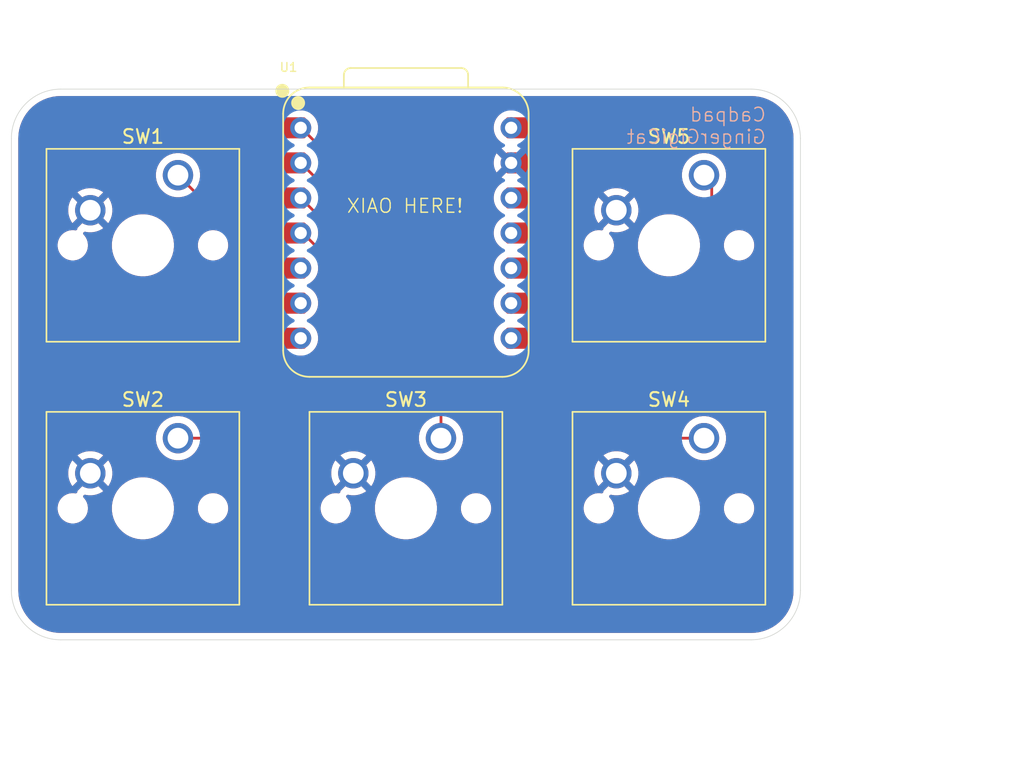
<source format=kicad_pcb>
(kicad_pcb (version 20241229) (generator "pcbnew") (generator_version "9.0")
  (layers (0 "F.Cu" signal) (2 "B.Cu" signal) (13 "F.Paste" user) (15 "B.Paste" user) (5 "F.SilkS" user "F.Silkscreen") (7 "B.SilkS" user "B.Silkscreen") (1 "F.Mask" user) (3 "B.Mask" user) (25 "Edge.Cuts" user))
  (net 0 "")
  (net 1 "GND")
  (net 10 "Net-(U1-GPIO6{slash}SDA)")
  (net 11 "Net-(U1-GPIO29{slash}ADC3{slash}A3)")
  (net 12 "Net-(U1-GPIO28{slash}ADC2{slash}A2)")
  (net 13 "Net-(U1-GPIO27{slash}ADC1{slash}A1)")
  (net 14 "Net-(U1-GPIO26{slash}ADC0{slash}A0)")
  (footprint "Button_Switch_Keyboard:SW_Cherry_MX_1.00u_PCB" (layer "F.Cu") (at 116.84 49.68875)
    (property "Reference" "SW1" (at -2.54 -2.794 0) (layer "F.SilkS"))
    (property "Value" "SW_Push")
    (fp_line (start -9.525 -1.905) (end 4.445 -1.905) (stroke (width 0.12)) (layer "F.SilkS"))
    (fp_line (start -9.525 12.065) (end -9.525 -1.905) (stroke (width 0.12)) (layer "F.SilkS"))
    (fp_line (start 4.445 -1.905) (end 4.445 12.065) (stroke (width 0.12)) (layer "F.SilkS"))
    (fp_line (start 4.445 12.065) (end -9.525 12.065) (stroke (width 0.12)) (layer "F.SilkS"))
    (pad "" np_thru_hole circle (at -7.62 5.08) (size 1.7 1.7) (drill 1.7) (layers "*.Cu" "*.Mask"))
    (pad "" np_thru_hole circle (at -2.54 5.08) (size 4 4) (drill 4) (layers "*.Cu" "*.Mask"))
    (pad "" np_thru_hole circle (at 2.54 5.08) (size 1.7 1.7) (drill 1.7) (layers "*.Cu" "*.Mask"))
    (pad "1" thru_hole circle (at 0 0) (size 2.2 2.2) (drill 1.5) (layers "*.Cu" "*.Mask") (net 10 "Net-(U1-GPIO6{slash}SDA)"))
    (pad "2" thru_hole circle (at -6.35 2.54) (size 2.2 2.2) (drill 1.5) (layers "*.Cu" "*.Mask") (net 1 "GND"))
  )
  (footprint "Button_Switch_Keyboard:SW_Cherry_MX_1.00u_PCB" (layer "F.Cu") (at 154.94 49.68875)
    (property "Reference" "SW5" (at -2.54 -2.794 0) (layer "F.SilkS"))
    (property "Value" "SW_Push")
    (fp_line (start -9.525 -1.905) (end 4.445 -1.905) (stroke (width 0.12)) (layer "F.SilkS"))
    (fp_line (start -9.525 12.065) (end -9.525 -1.905) (stroke (width 0.12)) (layer "F.SilkS"))
    (fp_line (start 4.445 -1.905) (end 4.445 12.065) (stroke (width 0.12)) (layer "F.SilkS"))
    (fp_line (start 4.445 12.065) (end -9.525 12.065) (stroke (width 0.12)) (layer "F.SilkS"))
    (pad "" np_thru_hole circle (at -7.62 5.08) (size 1.7 1.7) (drill 1.7) (layers "*.Cu" "*.Mask"))
    (pad "" np_thru_hole circle (at -2.54 5.08) (size 4 4) (drill 4) (layers "*.Cu" "*.Mask"))
    (pad "" np_thru_hole circle (at 2.54 5.08) (size 1.7 1.7) (drill 1.7) (layers "*.Cu" "*.Mask"))
    (pad "1" thru_hole circle (at 0 0) (size 2.2 2.2) (drill 1.5) (layers "*.Cu" "*.Mask") (net 14 "Net-(U1-GPIO26{slash}ADC0{slash}A0)"))
    (pad "2" thru_hole circle (at -6.35 2.54) (size 2.2 2.2) (drill 1.5) (layers "*.Cu" "*.Mask") (net 1 "GND"))
  )
  (footprint "Button_Switch_Keyboard:SW_Cherry_MX_1.00u_PCB" (layer "F.Cu") (at 116.84 68.73875)
    (property "Reference" "SW2" (at -2.54 -2.794 0) (layer "F.SilkS"))
    (property "Value" "SW_Push")
    (fp_line (start -9.525 -1.905) (end 4.445 -1.905) (stroke (width 0.12)) (layer "F.SilkS"))
    (fp_line (start -9.525 12.065) (end -9.525 -1.905) (stroke (width 0.12)) (layer "F.SilkS"))
    (fp_line (start 4.445 -1.905) (end 4.445 12.065) (stroke (width 0.12)) (layer "F.SilkS"))
    (fp_line (start 4.445 12.065) (end -9.525 12.065) (stroke (width 0.12)) (layer "F.SilkS"))
    (pad "" np_thru_hole circle (at -7.62 5.08) (size 1.7 1.7) (drill 1.7) (layers "*.Cu" "*.Mask"))
    (pad "" np_thru_hole circle (at -2.54 5.08) (size 4 4) (drill 4) (layers "*.Cu" "*.Mask"))
    (pad "" np_thru_hole circle (at 2.54 5.08) (size 1.7 1.7) (drill 1.7) (layers "*.Cu" "*.Mask"))
    (pad "1" thru_hole circle (at 0 0) (size 2.2 2.2) (drill 1.5) (layers "*.Cu" "*.Mask") (net 11 "Net-(U1-GPIO29{slash}ADC3{slash}A3)"))
    (pad "2" thru_hole circle (at -6.35 2.54) (size 2.2 2.2) (drill 1.5) (layers "*.Cu" "*.Mask") (net 1 "GND"))
  )
  (footprint "Seeed Studio XIAO Series Library:XIAO-RP2040-DIP" (layer "F.Cu") (at 133.35 53.88)
    (property "Reference" "U1" (at -8.5 -12 0) (layer "F.SilkS") (effects (font (size 0.635 0.635) (thickness 0.1016))))
    (property "Value" "XIAO-RP2040-DIP")
    (fp_line (start -8.89 8.509) (end -8.89 -8.636) (stroke (width 0.127)) (layer "F.SilkS"))
    (fp_line (start -6.985 10.414) (end 6.985 10.414) (stroke (width 0.127)) (layer "F.SilkS"))
    (fp_line (start -4.495 -10.541) (end -4.491272 -11.451272) (stroke (width 0.127)) (layer "F.SilkS"))
    (fp_line (start -3.991272 -11.951) (end 4.004 -11.951) (stroke (width 0.127)) (layer "F.SilkS"))
    (fp_line (start 4.504 -11.451) (end 4.504 -10.541) (stroke (width 0.127)) (layer "F.SilkS"))
    (fp_line (start 6.985 -10.541) (end -6.985 -10.541) (stroke (width 0.1)) (layer "F.SilkS"))
    (fp_line (start 6.985 -10.541) (end -6.985 -10.541) (stroke (width 0.127)) (layer "F.SilkS"))
    (fp_line (start 8.89 8.509) (end 8.89 -8.636) (stroke (width 0.127)) (layer "F.SilkS"))
    (fp_arc (start -8.89 -8.636) (mid -8.332038 -9.983038) (end -6.985 -10.541) (stroke (width 0.127)) (layer "F.SilkS"))
    (fp_arc (start -6.985 10.414) (mid -8.332038 9.856038) (end -8.89 8.509) (stroke (width 0.127)) (layer "F.SilkS"))
    (fp_arc (start -4.491272 -11.451272) (mid -4.344728 -11.80464) (end -3.991272 -11.951) (stroke (width 0.127)) (layer "F.SilkS"))
    (fp_arc (start 4.004 -11.951) (mid 4.357553 -11.804553) (end 4.504 -11.451) (stroke (width 0.127)) (layer "F.SilkS"))
    (fp_arc (start 6.985 -10.541) (mid 8.332038 -9.983038) (end 8.89 -8.636) (stroke (width 0.127)) (layer "F.SilkS"))
    (fp_arc (start 8.89 8.509) (mid 8.332038 9.856038) (end 6.985 10.414) (stroke (width 0.127)) (layer "F.SilkS"))
    (fp_circle (center -8.95 -10.3) (end -8.95 -10.554) (stroke (width 0.5)) (fill yes) (layer "F.SilkS"))
    (fp_circle (center -7.807 -9.42) (end -7.807 -9.674) (stroke (width 0.5)) (fill yes) (layer "F.SilkS"))
    (pad "1" smd roundrect (at -8.455 -7.62 180) (size 2.432 1.524) (layers "F.Cu" "F.Mask") (roundrect_rratio 0.1) (net 14 "Net-(U1-GPIO26{slash}ADC0{slash}A0)"))
    (pad "1" thru_hole circle (at -7.62 -7.62 180) (size 1.524 1.524) (drill 0.889) (layers "*.Cu" "*.Mask") (net 14 "Net-(U1-GPIO26{slash}ADC0{slash}A0)"))
    (pad "2" smd roundrect (at -8.455 -5.08 180) (size 2.432 1.524) (layers "F.Cu" "F.Mask") (roundrect_rratio 0.1) (net 13 "Net-(U1-GPIO27{slash}ADC1{slash}A1)"))
    (pad "2" thru_hole circle (at -7.62 -5.08 180) (size 1.524 1.524) (drill 0.889) (layers "*.Cu" "*.Mask") (net 13 "Net-(U1-GPIO27{slash}ADC1{slash}A1)"))
    (pad "3" smd roundrect (at -8.455 -2.54 180) (size 2.432 1.524) (layers "F.Cu" "F.Mask") (roundrect_rratio 0.1) (net 12 "Net-(U1-GPIO28{slash}ADC2{slash}A2)"))
    (pad "3" thru_hole circle (at -7.62 -2.54 180) (size 1.524 1.524) (drill 0.889) (layers "*.Cu" "*.Mask") (net 12 "Net-(U1-GPIO28{slash}ADC2{slash}A2)"))
    (pad "4" smd roundrect (at -8.455 0 180) (size 2.432 1.524) (layers "F.Cu" "F.Mask") (roundrect_rratio 0.1) (net 11 "Net-(U1-GPIO29{slash}ADC3{slash}A3)"))
    (pad "4" thru_hole circle (at -7.62 0 180) (size 1.524 1.524) (drill 0.889) (layers "*.Cu" "*.Mask") (net 11 "Net-(U1-GPIO29{slash}ADC3{slash}A3)"))
    (pad "5" smd roundrect (at -8.455 2.54 180) (size 2.432 1.524) (layers "F.Cu" "F.Mask") (roundrect_rratio 0.1) (net 10 "Net-(U1-GPIO6{slash}SDA)"))
    (pad "5" thru_hole circle (at -7.62 2.54 180) (size 1.524 1.524) (drill 0.889) (layers "*.Cu" "*.Mask") (net 10 "Net-(U1-GPIO6{slash}SDA)"))
    (pad "6" smd roundrect (at -8.455 5.08 180) (size 2.432 1.524) (layers "F.Cu" "F.Mask") (roundrect_rratio 0.1))
    (pad "6" thru_hole circle (at -7.62 5.08 180) (size 1.524 1.524) (drill 0.889) (layers "*.Cu" "*.Mask"))
    (pad "7" smd roundrect (at -8.455 7.62 180) (size 2.432 1.524) (layers "F.Cu" "F.Mask") (roundrect_rratio 0.1))
    (pad "7" thru_hole circle (at -7.62 7.62 180) (size 1.524 1.524) (drill 0.889) (layers "*.Cu" "*.Mask"))
    (pad "8" thru_hole circle (at 7.62 7.62) (size 1.524 1.524) (drill 0.889) (layers "*.Cu" "*.Mask"))
    (pad "8" smd roundrect (at 8.455 7.62) (size 2.432 1.524) (layers "F.Cu" "F.Mask") (roundrect_rratio 0.1))
    (pad "9" thru_hole circle (at 7.62 5.08) (size 1.524 1.524) (drill 0.889) (layers "*.Cu" "*.Mask"))
    (pad "9" smd roundrect (at 8.455 5.08) (size 2.432 1.524) (layers "F.Cu" "F.Mask") (roundrect_rratio 0.1))
    (pad "10" thru_hole circle (at 7.62 2.54) (size 1.524 1.524) (drill 0.889) (layers "*.Cu" "*.Mask"))
    (pad "10" smd roundrect (at 8.455 2.54) (size 2.432 1.524) (layers "F.Cu" "F.Mask") (roundrect_rratio 0.1))
    (pad "11" thru_hole circle (at 7.62 0) (size 1.524 1.524) (drill 0.889) (layers "*.Cu" "*.Mask"))
    (pad "11" smd roundrect (at 8.455 0) (size 2.432 1.524) (layers "F.Cu" "F.Mask") (roundrect_rratio 0.1))
    (pad "12" thru_hole circle (at 7.62 -2.54) (size 1.524 1.524) (drill 0.889) (layers "*.Cu" "*.Mask"))
    (pad "12" smd roundrect (at 8.455 -2.54) (size 2.432 1.524) (layers "F.Cu" "F.Mask") (roundrect_rratio 0.1))
    (pad "13" thru_hole circle (at 7.62 -5.08) (size 1.524 1.524) (drill 0.889) (layers "*.Cu" "*.Mask") (net 1 "GND"))
    (pad "13" smd roundrect (at 8.455 -5.08) (size 2.432 1.524) (layers "F.Cu" "F.Mask") (roundrect_rratio 0.1) (net 1 "GND"))
    (pad "14" thru_hole circle (at 7.62 -7.62) (size 1.524 1.524) (drill 0.889) (layers "*.Cu" "*.Mask"))
    (pad "14" smd roundrect (at 8.455 -7.62) (size 2.432 1.524) (layers "F.Cu" "F.Mask") (roundrect_rratio 0.1))
  )
  (footprint "Button_Switch_Keyboard:SW_Cherry_MX_1.00u_PCB" (layer "F.Cu") (at 135.89 68.73875)
    (property "Reference" "SW3" (at -2.54 -2.794 0) (layer "F.SilkS"))
    (property "Value" "SW_Push")
    (fp_line (start -9.525 -1.905) (end 4.445 -1.905) (stroke (width 0.12)) (layer "F.SilkS"))
    (fp_line (start -9.525 12.065) (end -9.525 -1.905) (stroke (width 0.12)) (layer "F.SilkS"))
    (fp_line (start 4.445 -1.905) (end 4.445 12.065) (stroke (width 0.12)) (layer "F.SilkS"))
    (fp_line (start 4.445 12.065) (end -9.525 12.065) (stroke (width 0.12)) (layer "F.SilkS"))
    (pad "" np_thru_hole circle (at -7.62 5.08) (size 1.7 1.7) (drill 1.7) (layers "*.Cu" "*.Mask"))
    (pad "" np_thru_hole circle (at -2.54 5.08) (size 4 4) (drill 4) (layers "*.Cu" "*.Mask"))
    (pad "" np_thru_hole circle (at 2.54 5.08) (size 1.7 1.7) (drill 1.7) (layers "*.Cu" "*.Mask"))
    (pad "1" thru_hole circle (at 0 0) (size 2.2 2.2) (drill 1.5) (layers "*.Cu" "*.Mask") (net 12 "Net-(U1-GPIO28{slash}ADC2{slash}A2)"))
    (pad "2" thru_hole circle (at -6.35 2.54) (size 2.2 2.2) (drill 1.5) (layers "*.Cu" "*.Mask") (net 1 "GND"))
  )
  (footprint "Button_Switch_Keyboard:SW_Cherry_MX_1.00u_PCB" (layer "F.Cu") (at 154.94 68.73875)
    (property "Reference" "SW4" (at -2.54 -2.794 0) (layer "F.SilkS"))
    (property "Value" "SW_Push")
    (fp_line (start -9.525 -1.905) (end 4.445 -1.905) (stroke (width 0.12)) (layer "F.SilkS"))
    (fp_line (start -9.525 12.065) (end -9.525 -1.905) (stroke (width 0.12)) (layer "F.SilkS"))
    (fp_line (start 4.445 -1.905) (end 4.445 12.065) (stroke (width 0.12)) (layer "F.SilkS"))
    (fp_line (start 4.445 12.065) (end -9.525 12.065) (stroke (width 0.12)) (layer "F.SilkS"))
    (pad "" np_thru_hole circle (at -7.62 5.08) (size 1.7 1.7) (drill 1.7) (layers "*.Cu" "*.Mask"))
    (pad "" np_thru_hole circle (at -2.54 5.08) (size 4 4) (drill 4) (layers "*.Cu" "*.Mask"))
    (pad "" np_thru_hole circle (at 2.54 5.08) (size 1.7 1.7) (drill 1.7) (layers "*.Cu" "*.Mask"))
    (pad "1" thru_hole circle (at 0 0) (size 2.2 2.2) (drill 1.5) (layers "*.Cu" "*.Mask") (net 13 "Net-(U1-GPIO27{slash}ADC1{slash}A1)"))
    (pad "2" thru_hole circle (at -6.35 2.54) (size 2.2 2.2) (drill 1.5) (layers "*.Cu" "*.Mask") (net 1 "GND"))
  )
  (gr_line (start 158.353258 43.457849) (end 108.346966 43.457849) (stroke (width 0.05)) (layer "Edge.Cuts"))
  (gr_line (start 158.362118 83.343695) (end 108.347 83.34375) (stroke (width 0.05)) (layer "Edge.Cuts"))
  (gr_arc (start 108.346966 83.34375) (mid 105.821316 82.297592) (end 104.775158 79.771942) (stroke (width 0.05)) (layer "Edge.Cuts"))
  (gr_arc (start 158.353258 43.457849) (mid 160.878957 44.504028) (end 161.925136 47.029727) (stroke (width 0.05)) (layer "Edge.Cuts"))
  (gr_line (start 104.775158 79.77194) (end 104.775088 47.029727) (stroke (width 0.05)) (layer "Edge.Cuts"))
  (gr_line (start 161.925 79.7719) (end 161.925136 47.029727) (stroke (width 0.05)) (layer "Edge.Cuts"))
  (gr_arc (start 104.775088 47.029727) (mid 105.821267 44.504028) (end 108.346966 43.457849) (stroke (width 0.05)) (layer "Edge.Cuts"))
  (gr_arc (start 161.925 79.771942) (mid 160.878861 82.297545) (end 158.353258 83.343684) (stroke (width 0.05)) (layer "Edge.Cuts"))
  (gr_text "XIAO HERE!" (at 129 52.5 0) (layer "F.SilkS") (effects (font (size 1 1) (thickness 0.1)) (justify left bottom)))
  (gr_text "Cadpad\nGingerGigiCat" (at 159.5 47.5 0) (layer "B.SilkS") (effects (font (size 1 1) (thickness 0.1)) (justify left bottom mirror)))
  (segment (start 125.73 56.42) (end 123.57125 56.42) (width 0.2) (layer "F.Cu") (net 10))
  (segment (start 123.57125 56.42) (end 116.84 49.68875) (width 0.2) (layer "F.Cu") (net 10))
  (segment (start 125.73 53.88) (end 125.88 53.88) (width 0.2) (layer "F.Cu") (net 11))
  (segment (start 123.76125 68.73875) (end 116.84 68.73875) (width 0.2) (layer "F.Cu") (net 11))
  (segment (start 125.88 53.88) (end 130.5 58.5) (width 0.2) (layer "F.Cu") (net 11))
  (segment (start 130.5 58.5) (end 130.5 62) (width 0.2) (layer "F.Cu") (net 11))
  (segment (start 130.5 62) (end 123.76125 68.73875) (width 0.2) (layer "F.Cu") (net 11))
  (segment (start 135 62.5) (end 135.89 63.39) (width 0.2) (layer "F.Cu") (net 12))
  (segment (start 135.89 63.39) (end 135.89 68.73875) (width 0.2) (layer "F.Cu") (net 12))
  (segment (start 135 60.61) (end 135 62.5) (width 0.2) (layer "F.Cu") (net 12))
  (segment (start 125.73 51.34) (end 135 60.61) (width 0.2) (layer "F.Cu") (net 12))
  (segment (start 142.73875 68.73875) (end 154.94 68.73875) (width 0.2) (layer "F.Cu") (net 13))
  (segment (start 136 59.07) (end 136 62) (width 0.2) (layer "F.Cu") (net 13))
  (segment (start 125.73 48.8) (end 136 59.07) (width 0.2) (layer "F.Cu") (net 13))
  (segment (start 136 62) (end 142.73875 68.73875) (width 0.2) (layer "F.Cu") (net 13))
  (segment (start 139.5 64) (end 150.5 64) (width 0.2) (layer "F.Cu") (net 14))
  (segment (start 125.76 46.26) (end 137 57.5) (width 0.2) (layer "F.Cu") (net 14))
  (segment (start 137 57.5) (end 137 61.5) (width 0.2) (layer "F.Cu") (net 14))
  (segment (start 124.895 46.26) (end 125.76 46.26) (width 0.2) (layer "F.Cu") (net 14))
  (segment (start 155.5 59) (end 155.5 50.24875) (width 0.2) (layer "F.Cu") (net 14))
  (segment (start 137 61.5) (end 139.5 64) (width 0.2) (layer "F.Cu") (net 14))
  (segment (start 155.5 50.24875) (end 154.94 49.68875) (width 0.2) (layer "F.Cu") (net 14))
  (segment (start 150.5 64) (end 155.5 59) (width 0.2) (layer "F.Cu") (net 14))
  (zone (net 1) (net_name "GND") (layers "F.Cu" "B.Cu") (connect_pads (clearance 0.5)) (min_thickness 0.25) (fill yes (thermal_gap 0.5) (thermal_bridge_width 0.5))
    (polygon (pts (xy 104.775 42.8625) (xy 104.775 83.34375) (xy 161.925 83.34375) (xy 161.925 42.8625)))
  )
)
</source>
